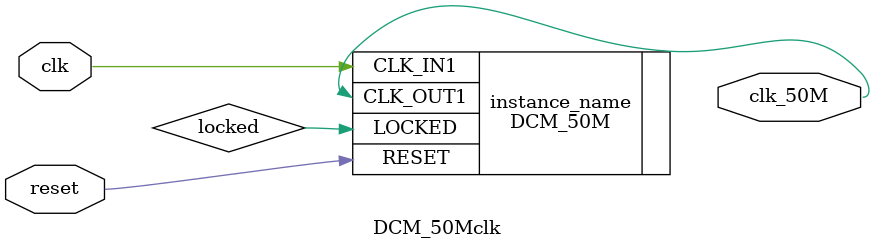
<source format=v>
`timescale 1ns / 1ps
module DCM_50Mclk(
	input clk, reset,
	output clk_50M
    );

 DCM_50M instance_name
   (// Clock in ports
    .CLK_IN1(clk),      	// 100MHz xtal clock from FPGA
    // Clock out ports
    .CLK_OUT1(clk_50M),    // 50MHz clock output
    // Status and control signals
    .RESET(reset),			// system reset signal
    .LOCKED(locked));      // 0 = DCM is attempting to lock onto CLKIN frequency. DCM clock outputs
									// are not valid.
									// 1 = DCM is locked onto CLKIN frequency. DCM clock outputs are valid.
	 
endmodule


</source>
